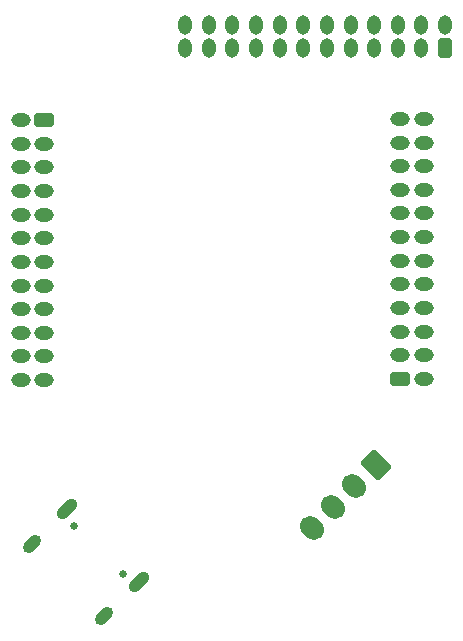
<source format=gbr>
%TF.GenerationSoftware,KiCad,Pcbnew,9.0.0*%
%TF.CreationDate,2025-08-18T13:12:07+03:00*%
%TF.ProjectId,RP2350A_Dev_board,52503233-3530-4415-9f44-65765f626f61,rev?*%
%TF.SameCoordinates,Original*%
%TF.FileFunction,Soldermask,Bot*%
%TF.FilePolarity,Negative*%
%FSLAX46Y46*%
G04 Gerber Fmt 4.6, Leading zero omitted, Abs format (unit mm)*
G04 Created by KiCad (PCBNEW 9.0.0) date 2025-08-18 13:12:07*
%MOMM*%
%LPD*%
G01*
G04 APERTURE LIST*
G04 Aperture macros list*
%AMRoundRect*
0 Rectangle with rounded corners*
0 $1 Rounding radius*
0 $2 $3 $4 $5 $6 $7 $8 $9 X,Y pos of 4 corners*
0 Add a 4 corners polygon primitive as box body*
4,1,4,$2,$3,$4,$5,$6,$7,$8,$9,$2,$3,0*
0 Add four circle primitives for the rounded corners*
1,1,$1+$1,$2,$3*
1,1,$1+$1,$4,$5*
1,1,$1+$1,$6,$7*
1,1,$1+$1,$8,$9*
0 Add four rect primitives between the rounded corners*
20,1,$1+$1,$2,$3,$4,$5,0*
20,1,$1+$1,$4,$5,$6,$7,0*
20,1,$1+$1,$6,$7,$8,$9,0*
20,1,$1+$1,$8,$9,$2,$3,0*%
%AMHorizOval*
0 Thick line with rounded ends*
0 $1 width*
0 $2 $3 position (X,Y) of the first rounded end (center of the circle)*
0 $4 $5 position (X,Y) of the second rounded end (center of the circle)*
0 Add line between two ends*
20,1,$1,$2,$3,$4,$5,0*
0 Add two circle primitives to create the rounded ends*
1,1,$1,$2,$3*
1,1,$1,$4,$5*%
G04 Aperture macros list end*
%ADD10RoundRect,0.250000X0.575000X-0.350000X0.575000X0.350000X-0.575000X0.350000X-0.575000X-0.350000X0*%
%ADD11O,1.650000X1.200000*%
%ADD12RoundRect,0.250000X-0.575000X0.350000X-0.575000X-0.350000X0.575000X-0.350000X0.575000X0.350000X0*%
%ADD13RoundRect,0.250000X-0.159099X1.035911X-1.035911X0.159099X0.159099X-1.035911X1.035911X-0.159099X0*%
%ADD14HorizOval,1.740000X-0.159099X0.159099X0.159099X-0.159099X0*%
%ADD15C,0.650000*%
%ADD16HorizOval,1.000000X-0.388909X-0.388909X0.388909X0.388909X0*%
%ADD17HorizOval,1.000000X-0.282843X-0.282843X0.282843X0.282843X0*%
%ADD18RoundRect,0.250000X0.350000X0.575000X-0.350000X0.575000X-0.350000X-0.575000X0.350000X-0.575000X0*%
%ADD19O,1.200000X1.650000*%
G04 APERTURE END LIST*
D10*
%TO.C,J1*%
X135330000Y-96705000D03*
D11*
X137330000Y-96705000D03*
X135330000Y-94705000D03*
X137330000Y-94705000D03*
X135330000Y-92705000D03*
X137330000Y-92705000D03*
X135330000Y-90705000D03*
X137330000Y-90705000D03*
X135330000Y-88705000D03*
X137330000Y-88705000D03*
X135330000Y-86705000D03*
X137330000Y-86705000D03*
X135330000Y-84705000D03*
X137330000Y-84705000D03*
X135330000Y-82705000D03*
X137330000Y-82705000D03*
X135330000Y-80705000D03*
X137330000Y-80705000D03*
X135330000Y-78705000D03*
X137330000Y-78705000D03*
X135330000Y-76705000D03*
X137330000Y-76705000D03*
X135330000Y-74705000D03*
X137330000Y-74705000D03*
%TD*%
D12*
%TO.C,J2*%
X105190000Y-74815000D03*
D11*
X103190000Y-74815000D03*
X105190000Y-76815000D03*
X103190000Y-76815000D03*
X105190000Y-78815000D03*
X103190000Y-78815000D03*
X105190000Y-80815000D03*
X103190000Y-80815000D03*
X105190000Y-82815000D03*
X103190000Y-82815000D03*
X105190000Y-84815000D03*
X103190000Y-84815000D03*
X105190000Y-86815000D03*
X103190000Y-86815000D03*
X105190000Y-88815000D03*
X103190000Y-88815000D03*
X105190000Y-90815000D03*
X103190000Y-90815000D03*
X105190000Y-92815000D03*
X103190000Y-92815000D03*
X105190000Y-94815000D03*
X103190000Y-94815000D03*
X105190000Y-96815000D03*
X103190000Y-96815000D03*
%TD*%
D13*
%TO.C,J3*%
X133239935Y-103991781D03*
D14*
X131443884Y-105787832D03*
X129647833Y-107583883D03*
X127851781Y-109379935D03*
%TD*%
D15*
%TO.C,J5*%
X107723414Y-109129509D03*
X111810491Y-113216586D03*
D16*
X107065804Y-107764793D03*
D17*
X104110098Y-110720499D03*
D16*
X113175207Y-113874196D03*
D17*
X110219501Y-116829902D03*
%TD*%
D18*
%TO.C,J4*%
X139110000Y-68730000D03*
D19*
X139110000Y-66730000D03*
X137110000Y-68730000D03*
X137110000Y-66730000D03*
X135110000Y-68730000D03*
X135110000Y-66730000D03*
X133110000Y-68730000D03*
X133110000Y-66730000D03*
X131110000Y-68730000D03*
X131110000Y-66730000D03*
X129110000Y-68730000D03*
X129110000Y-66730000D03*
X127110000Y-68730000D03*
X127110000Y-66730000D03*
X125110000Y-68730000D03*
X125110000Y-66730000D03*
X123110000Y-68730000D03*
X123110000Y-66730000D03*
X121110000Y-68730000D03*
X121110000Y-66730000D03*
X119110000Y-68730000D03*
X119110000Y-66730000D03*
X117110000Y-68730000D03*
X117110000Y-66730000D03*
%TD*%
M02*

</source>
